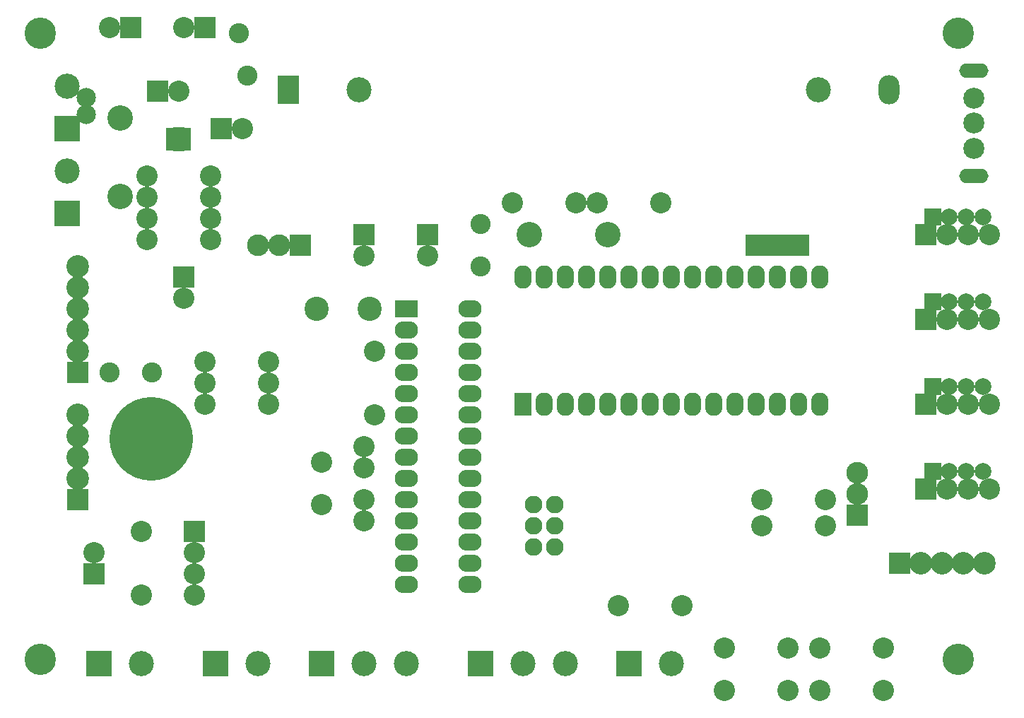
<source format=gts>
G04 #@! TF.FileFunction,Soldermask,Top*
%FSLAX46Y46*%
G04 Gerber Fmt 4.6, Leading zero omitted, Abs format (unit mm)*
G04 Created by KiCad (PCBNEW 4.0.4-stable) date 06/22/17 17:56:04*
%MOMM*%
%LPD*%
G01*
G04 APERTURE LIST*
%ADD10C,0.150000*%
%ADD11R,3.007360X3.007360*%
%ADD12C,3.007360*%
%ADD13C,2.308000*%
%ADD14C,3.008000*%
%ADD15R,2.508000X3.508000*%
%ADD16O,2.508000X3.508000*%
%ADD17R,2.540000X2.540000*%
%ADD18C,2.540000*%
%ADD19C,2.413000*%
%ADD20C,3.048000*%
%ADD21O,2.794000X2.082800*%
%ADD22R,2.794000X2.082800*%
%ADD23R,2.082800X2.794000*%
%ADD24O,2.082800X2.794000*%
%ADD25C,10.010000*%
%ADD26R,2.008000X2.008000*%
%ADD27C,2.008000*%
%ADD28R,2.608580X2.608580*%
%ADD29C,2.707640*%
%ADD30C,2.108200*%
%ADD31C,2.908300*%
%ADD32R,1.008000X0.758000*%
%ADD33R,1.348000X2.908000*%
%ADD34C,2.608580*%
%ADD35C,2.508000*%
%ADD36O,3.508000X1.708000*%
%ADD37C,3.758000*%
G04 APERTURE END LIST*
D10*
D11*
X10160000Y72390000D03*
D12*
X10160000Y77470000D03*
D13*
X12446000Y74041000D03*
X12446000Y76073000D03*
D14*
X100155000Y77040000D03*
D15*
X36655000Y77040000D03*
D16*
X108655000Y77040000D03*
D14*
X45155000Y77040000D03*
D17*
X20955000Y76835000D03*
D18*
X23495000Y76835000D03*
D17*
X28575000Y72390000D03*
D18*
X31115000Y72390000D03*
D17*
X24130000Y54610000D03*
D18*
X24130000Y52070000D03*
D17*
X45720000Y59690000D03*
D18*
X45720000Y57150000D03*
D17*
X53340000Y59690000D03*
D18*
X53340000Y57150000D03*
D19*
X59690000Y60960000D03*
X59690000Y55880000D03*
X20320000Y43180000D03*
X15240000Y43180000D03*
D18*
X45720000Y31750000D03*
X45720000Y34290000D03*
X45720000Y27940000D03*
X45720000Y25400000D03*
X25400000Y16510000D03*
X25400000Y19050000D03*
X25400000Y21590000D03*
D17*
X25400000Y24130000D03*
D18*
X13335000Y21590000D03*
D17*
X13335000Y19050000D03*
D20*
X74930000Y59690000D03*
X65532000Y59690000D03*
X16510000Y73660000D03*
X16510000Y64262000D03*
D18*
X15240000Y84455000D03*
D17*
X17780000Y84455000D03*
D18*
X24130000Y84455000D03*
D17*
X26670000Y84455000D03*
D21*
X50800000Y48260000D03*
X50800000Y45720000D03*
X50800000Y43180000D03*
X50800000Y40640000D03*
X50800000Y38100000D03*
X50800000Y35560000D03*
X50800000Y33020000D03*
X50800000Y30480000D03*
X50800000Y27940000D03*
X50800000Y25400000D03*
X50800000Y22860000D03*
X50800000Y20320000D03*
X50800000Y17780000D03*
D22*
X50800000Y50800000D03*
D21*
X58420000Y17780000D03*
X58420000Y20320000D03*
X58420000Y22860000D03*
X58420000Y25400000D03*
X58420000Y27940000D03*
X58420000Y30480000D03*
X58420000Y33020000D03*
X58420000Y35560000D03*
X58420000Y38100000D03*
X58420000Y40640000D03*
X58420000Y43180000D03*
X58420000Y45720000D03*
X58420000Y48260000D03*
X58420000Y50800000D03*
D23*
X64770000Y39370000D03*
D24*
X67310000Y39370000D03*
X69850000Y39370000D03*
X72390000Y39370000D03*
X74930000Y39370000D03*
X77470000Y39370000D03*
X80010000Y39370000D03*
X82550000Y39370000D03*
X85090000Y39370000D03*
X87630000Y39370000D03*
X90170000Y39370000D03*
X92710000Y39370000D03*
X95250000Y39370000D03*
X97790000Y39370000D03*
X100330000Y39370000D03*
X100330000Y54610000D03*
X97790000Y54610000D03*
X95250000Y54610000D03*
X92710000Y54610000D03*
X90170000Y54610000D03*
X87630000Y54610000D03*
X85090000Y54610000D03*
X82550000Y54610000D03*
X80010000Y54610000D03*
X77470000Y54610000D03*
X74930000Y54610000D03*
X72390000Y54610000D03*
X69850000Y54610000D03*
X67310000Y54610000D03*
X64770000Y54610000D03*
D25*
X20193000Y35179000D03*
D11*
X13970000Y8255000D03*
D12*
X19050000Y8255000D03*
D11*
X27940000Y8255000D03*
D12*
X33020000Y8255000D03*
X69850000Y8255000D03*
D11*
X59690000Y8255000D03*
D12*
X64770000Y8255000D03*
X50800000Y8255000D03*
D11*
X40640000Y8255000D03*
D12*
X45720000Y8255000D03*
D11*
X77470000Y8255000D03*
D12*
X82550000Y8255000D03*
D17*
X92710000Y58420000D03*
X95250000Y58420000D03*
X97790000Y58420000D03*
X113030000Y49530000D03*
D18*
X115570000Y49530000D03*
X118110000Y49530000D03*
X120650000Y49530000D03*
D26*
X113840000Y51641000D03*
D27*
X115840000Y51641000D03*
X117840000Y51641000D03*
X119840000Y51641000D03*
D17*
X113030000Y39370000D03*
D18*
X115570000Y39370000D03*
X118110000Y39370000D03*
X120650000Y39370000D03*
D26*
X113840000Y41481000D03*
D27*
X115840000Y41481000D03*
X117840000Y41481000D03*
X119840000Y41481000D03*
D28*
X11430000Y27940000D03*
D29*
X11430000Y30480000D03*
X11430000Y33020000D03*
X11430000Y35560000D03*
X11430000Y38100000D03*
D17*
X113030000Y59690000D03*
D18*
X115570000Y59690000D03*
X118110000Y59690000D03*
X120650000Y59690000D03*
D26*
X113840000Y61801000D03*
D27*
X115840000Y61801000D03*
X117840000Y61801000D03*
X119840000Y61801000D03*
D30*
X66040000Y22225000D03*
X68580000Y22225000D03*
X66040000Y24765000D03*
X68580000Y24765000D03*
X66040000Y27305000D03*
X68580000Y27305000D03*
D28*
X11430000Y43180000D03*
D29*
X11430000Y45720000D03*
X11430000Y48260000D03*
X11430000Y50800000D03*
X11430000Y53340000D03*
X11430000Y55880000D03*
D17*
X113030000Y29210000D03*
D18*
X115570000Y29210000D03*
X118110000Y29210000D03*
X120650000Y29210000D03*
D26*
X113840000Y31321000D03*
D27*
X115840000Y31321000D03*
X117840000Y31321000D03*
X119840000Y31321000D03*
D28*
X109855000Y20320000D03*
D29*
X112395000Y20320000D03*
X114935000Y20320000D03*
X117475000Y20320000D03*
X120015000Y20320000D03*
D18*
X26670000Y41910000D03*
X34290000Y41910000D03*
X26670000Y44450000D03*
X34290000Y44450000D03*
X26670000Y39370000D03*
X34290000Y39370000D03*
X76200000Y15240000D03*
X83820000Y15240000D03*
X19050000Y24130000D03*
X19050000Y16510000D03*
X63500000Y63500000D03*
X71120000Y63500000D03*
X73660000Y63500000D03*
X81280000Y63500000D03*
X19685000Y64135000D03*
X27305000Y64135000D03*
X19685000Y66675000D03*
X27305000Y66675000D03*
X19685000Y61595000D03*
X27305000Y61595000D03*
X19685000Y59055000D03*
X27305000Y59055000D03*
X46990000Y38100000D03*
X46990000Y45720000D03*
X100965000Y27940000D03*
X93345000Y27940000D03*
X93345000Y24765000D03*
X100965000Y24765000D03*
X107950000Y10160000D03*
X107950000Y5080000D03*
X100330000Y10160000D03*
X100330000Y5080000D03*
X96520000Y10160000D03*
X96520000Y5080000D03*
X88900000Y10160000D03*
X88900000Y5080000D03*
D31*
X40005000Y50800000D03*
X46355000Y50800000D03*
D32*
X24445000Y72120000D03*
X24445000Y71620000D03*
X24445000Y70120000D03*
X24445000Y70620000D03*
X24445000Y71120000D03*
X22545000Y70120000D03*
X22545000Y70620000D03*
X22545000Y72120000D03*
X22545000Y71620000D03*
D33*
X23495000Y71120000D03*
D32*
X22545000Y71120000D03*
D34*
X35560000Y58420000D03*
X33020000Y58420000D03*
D28*
X38100000Y58420000D03*
D18*
X40640000Y27305000D03*
X40640000Y32385000D03*
D19*
X31750000Y78740000D03*
X30750000Y83840000D03*
D11*
X10160000Y62230000D03*
D12*
X10160000Y67310000D03*
D34*
X104775000Y31115000D03*
X104775000Y28575000D03*
D28*
X104775000Y26035000D03*
D35*
X118770400Y73017380D03*
X118745000Y76025000D03*
X118745000Y70025000D03*
D36*
X118745000Y79325000D03*
X118745000Y66725000D03*
D37*
X6905000Y8810000D03*
X6905000Y83810000D03*
X116905000Y83810000D03*
X116905000Y8810000D03*
M02*

</source>
